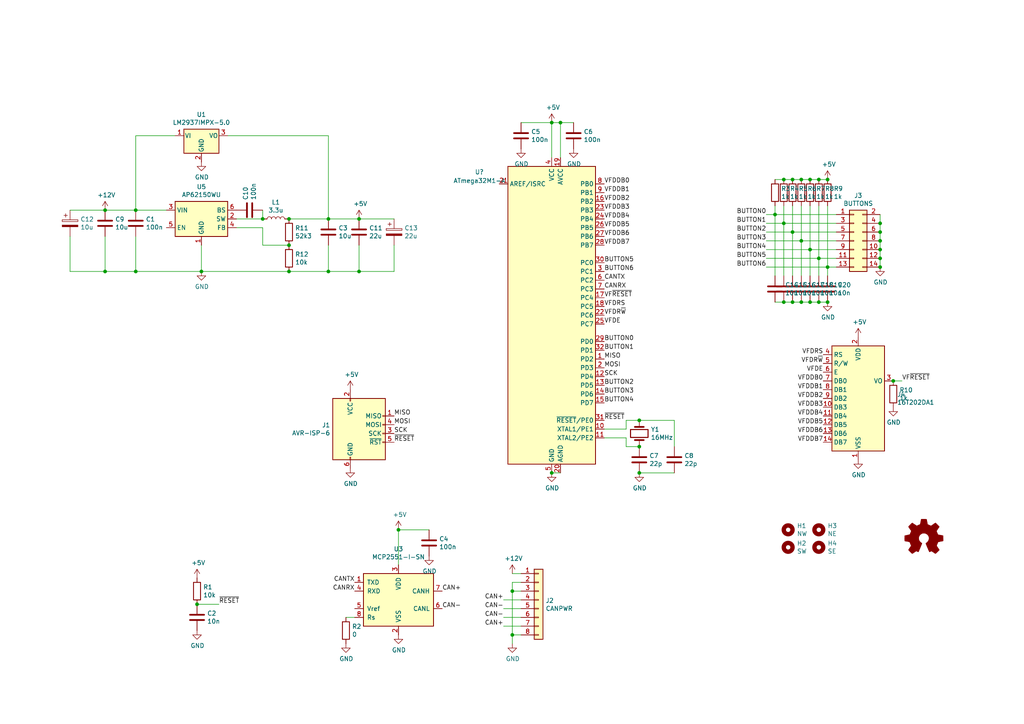
<source format=kicad_sch>
(kicad_sch (version 20231120) (generator "eeschema") (generator_version "8.0")
  (paper "A4")
  (title_block (title "VFD Interface") (date "2021-10-21") (rev "2") (company "© 2021 oni"))
  (lib_symbols
    (symbol "Connector:AVR-ISP-6" (pin_names (offset 1.016))
      (property "Reference" "J" (at -6.35 11.43 0))
      (property "Value" "AVR-ISP-6" (at 0 11.43 0))
      (symbol "AVR-ISP-6_0_1"
        (rectangle (start -2.667 -6.858) (end -2.413 -7.62))
        (rectangle (start -2.667 10.16) (end -2.413 9.398))
        (rectangle (start 7.62 -2.413) (end 6.858 -2.667))
        (rectangle (start 7.62 0.127) (end 6.858 -0.127))
        (rectangle (start 7.62 2.667) (end 6.858 2.413))
        (rectangle (start 7.62 5.207) (end 6.858 4.953))
        (rectangle (start 7.62 10.16) (end -7.62 -7.62) (stroke (width 0.254)) (fill (type background)))
      )
      (symbol "AVR-ISP-6_1_1"
        (pin passive line (at 10.16 5.08 180) (length 2.54) (name "MISO") (number "1"))
        (pin passive line (at -2.54 12.7 270) (length 2.54) (name "VCC") (number "2"))
        (pin passive line (at 10.16 0 180) (length 2.54) (name "SCK") (number "3"))
        (pin passive line (at 10.16 2.54 180) (length 2.54) (name "MOSI") (number "4"))
        (pin passive line (at 10.16 -2.54 180) (length 2.54) (name "~{RST}") (number "5"))
        (pin passive line (at -2.54 -10.16 90) (length 2.54) (name "GND") (number "6"))
      )
    )
    (symbol "Connector_Generic:Conn_01x08" (pin_names (offset 1.016) hide)
      (property "Reference" "J" (at 0 10.16 0))
      (property "Value" "Conn_01x08" (at 0 -12.7 0))
      (symbol "Conn_01x08_1_1"
        (rectangle (start -1.27 -10.033) (end 0 -10.287) (stroke (width 0.1524)))
        (rectangle (start -1.27 -7.493) (end 0 -7.747) (stroke (width 0.1524)))
        (rectangle (start -1.27 -4.953) (end 0 -5.207) (stroke (width 0.1524)))
        (rectangle (start -1.27 -2.413) (end 0 -2.667) (stroke (width 0.1524)))
        (rectangle (start -1.27 0.127) (end 0 -0.127) (stroke (width 0.1524)))
        (rectangle (start -1.27 2.667) (end 0 2.413) (stroke (width 0.1524)))
        (rectangle (start -1.27 5.207) (end 0 4.953) (stroke (width 0.1524)))
        (rectangle (start -1.27 7.747) (end 0 7.493) (stroke (width 0.1524)))
        (rectangle (start -1.27 8.89) (end 1.27 -11.43) (stroke (width 0.254)) (fill (type background)))
        (pin passive line (at -5.08 7.62 0) (length 3.81) (name "Pin_1") (number "1"))
        (pin passive line (at -5.08 5.08 0) (length 3.81) (name "Pin_2") (number "2"))
        (pin passive line (at -5.08 2.54 0) (length 3.81) (name "Pin_3") (number "3"))
        (pin passive line (at -5.08 0 0) (length 3.81) (name "Pin_4") (number "4"))
        (pin passive line (at -5.08 -2.54 0) (length 3.81) (name "Pin_5") (number "5"))
        (pin passive line (at -5.08 -5.08 0) (length 3.81) (name "Pin_6") (number "6"))
        (pin passive line (at -5.08 -7.62 0) (length 3.81) (name "Pin_7") (number "7"))
        (pin passive line (at -5.08 -10.16 0) (length 3.81) (name "Pin_8") (number "8"))
      )
    )
    (symbol "Connector_Generic:Conn_02x07_Odd_Even" (pin_names (offset 1.016) hide)
      (property "Reference" "J" (at 1.27 10.16 0))
      (property "Value" "Conn_02x07_Odd_Even" (at 1.27 -10.16 0))
      (symbol "Conn_02x07_Odd_Even_1_1"
        (rectangle (start -1.27 -7.493) (end 0 -7.747) (stroke (width 0.1524)))
        (rectangle (start -1.27 -4.953) (end 0 -5.207) (stroke (width 0.1524)))
        (rectangle (start -1.27 -2.413) (end 0 -2.667) (stroke (width 0.1524)))
        (rectangle (start -1.27 0.127) (end 0 -0.127) (stroke (width 0.1524)))
        (rectangle (start -1.27 2.667) (end 0 2.413) (stroke (width 0.1524)))
        (rectangle (start -1.27 5.207) (end 0 4.953) (stroke (width 0.1524)))
        (rectangle (start -1.27 7.747) (end 0 7.493) (stroke (width 0.1524)))
        (rectangle (start -1.27 8.89) (end 3.81 -8.89) (stroke (width 0.254)) (fill (type background)))
        (rectangle (start 3.81 -7.493) (end 2.54 -7.747) (stroke (width 0.1524)))
        (rectangle (start 3.81 -4.953) (end 2.54 -5.207) (stroke (width 0.1524)))
        (rectangle (start 3.81 -2.413) (end 2.54 -2.667) (stroke (width 0.1524)))
        (rectangle (start 3.81 0.127) (end 2.54 -0.127) (stroke (width 0.1524)))
        (rectangle (start 3.81 2.667) (end 2.54 2.413) (stroke (width 0.1524)))
        (rectangle (start 3.81 5.207) (end 2.54 4.953) (stroke (width 0.1524)))
        (rectangle (start 3.81 7.747) (end 2.54 7.493) (stroke (width 0.1524)))
        (pin passive line (at -5.08 7.62 0) (length 3.81) (name "Pin_1") (number "1"))
        (pin passive line (at 7.62 -2.54 180) (length 3.81) (name "Pin_10") (number "10"))
        (pin passive line (at -5.08 -5.08 0) (length 3.81) (name "Pin_11") (number "11"))
        (pin passive line (at 7.62 -5.08 180) (length 3.81) (name "Pin_12") (number "12"))
        (pin passive line (at -5.08 -7.62 0) (length 3.81) (name "Pin_13") (number "13"))
        (pin passive line (at 7.62 -7.62 180) (length 3.81) (name "Pin_14") (number "14"))
        (pin passive line (at 7.62 7.62 180) (length 3.81) (name "Pin_2") (number "2"))
        (pin passive line (at -5.08 5.08 0) (length 3.81) (name "Pin_3") (number "3"))
        (pin passive line (at 7.62 5.08 180) (length 3.81) (name "Pin_4") (number "4"))
        (pin passive line (at -5.08 2.54 0) (length 3.81) (name "Pin_5") (number "5"))
        (pin passive line (at 7.62 2.54 180) (length 3.81) (name "Pin_6") (number "6"))
        (pin passive line (at -5.08 0 0) (length 3.81) (name "Pin_7") (number "7"))
        (pin passive line (at 7.62 0 180) (length 3.81) (name "Pin_8") (number "8"))
        (pin passive line (at -5.08 -2.54 0) (length 3.81) (name "Pin_9") (number "9"))
      )
    )
    (symbol "Device:C" (pin_numbers hide) (pin_names (offset 0.254))
      (property "Reference" "C" (at 0.635 2.54 0))
      (property "Value" "C" (at 0.635 -2.54 0))
      (symbol "C_0_1"
        (polyline (pts (xy -2.032 -0.762) (xy 2.032 -0.762)) (stroke (width 0.508)))
        (polyline (pts (xy -2.032 0.762) (xy 2.032 0.762)) (stroke (width 0.508)))
      )
      (symbol "C_1_1"
        (pin passive line (at 0 3.81 270) (length 2.794) (name "~") (number "1"))
        (pin passive line (at 0 -3.81 90) (length 2.794) (name "~") (number "2"))
      )
    )
    (symbol "Device:C_Polarized" (pin_numbers hide) (pin_names (offset 0.254))
      (property "Reference" "C" (at 0.635 2.54 0))
      (property "Value" "C_Polarized" (at 0.635 -2.54 0))
      (symbol "C_Polarized_0_1"
        (rectangle (start -2.286 0.508) (end 2.286 1.016))
        (polyline (pts (xy -1.778 2.286) (xy -0.762 2.286)))
        (polyline (pts (xy -1.27 2.794) (xy -1.27 1.778)))
        (rectangle (start 2.286 -0.508) (end -2.286 -1.016) (fill (type outline)))
      )
      (symbol "C_Polarized_1_1"
        (pin passive line (at 0 3.81 270) (length 2.794) (name "~") (number "1"))
        (pin passive line (at 0 -3.81 90) (length 2.794) (name "~") (number "2"))
      )
    )
    (symbol "Device:Crystal" (pin_numbers hide) (pin_names (offset 1.016) hide)
      (property "Reference" "Y" (at 0 3.81 0))
      (property "Value" "Crystal" (at 0 -3.81 0))
      (symbol "Crystal_0_1"
        (rectangle (start -1.143 2.54) (end 1.143 -2.54) (stroke (width 0.3048)))
        (polyline (pts (xy -2.54 0) (xy -1.905 0)))
        (polyline (pts (xy -1.905 -1.27) (xy -1.905 1.27)) (stroke (width 0.508)))
        (polyline (pts (xy 1.905 -1.27) (xy 1.905 1.27)) (stroke (width 0.508)))
        (polyline (pts (xy 2.54 0) (xy 1.905 0)))
      )
      (symbol "Crystal_1_1"
        (pin passive line (at -3.81 0 0) (length 1.27) (name "1") (number "1"))
        (pin passive line (at 3.81 0 180) (length 1.27) (name "2") (number "2"))
      )
    )
    (symbol "Device:L" (pin_numbers hide) (pin_names (offset 1.016) hide)
      (property "Reference" "L" (at -1.27 0 90))
      (property "Value" "L" (at 1.905 0 90))
      (symbol "L_0_1"
        (arc (start 0 -2.54) (mid 0.6323 -1.905) (end 0 -1.27))
        (arc (start 0 -1.27) (mid 0.6323 -0.635) (end 0 0))
        (arc (start 0 0) (mid 0.6323 0.635) (end 0 1.27))
        (arc (start 0 1.27) (mid 0.6323 1.905) (end 0 2.54))
      )
      (symbol "L_1_1"
        (pin passive line (at 0 3.81 270) (length 1.27) (name "1") (number "1"))
        (pin passive line (at 0 -3.81 90) (length 1.27) (name "2") (number "2"))
      )
    )
    (symbol "Device:R" (pin_numbers hide) (pin_names (offset 0))
      (property "Reference" "R" (at 2.032 0 90))
      (property "Value" "R" (at 0 0 90))
      (symbol "R_0_1"
        (rectangle (start -1.016 -2.54) (end 1.016 2.54) (stroke (width 0.254)))
      )
      (symbol "R_1_1"
        (pin passive line (at 0 3.81 270) (length 1.27) (name "~") (number "1"))
        (pin passive line (at 0 -3.81 90) (length 1.27) (name "~") (number "2"))
      )
    )
    (symbol "Display_Character:LM16255K"
      (property "Reference" "U" (at -6.35 16.51 0))
      (property "Value" "LM16255K" (at 4.318 16.51 0))
      (symbol "LM16255K_0_1"
        (rectangle (start -7.62 15.24) (end 7.62 -15.24) (stroke (width 0.254)) (fill (type background)))
      )
      (symbol "LM16255K_1_1"
        (pin power_in line (at 0 -17.78 90) (length 2.54) (name "VSS") (number "1"))
        (pin bidirectional line (at -10.16 -2.54 0) (length 2.54) (name "DB3") (number "10"))
        (pin bidirectional line (at -10.16 -5.08 0) (length 2.54) (name "DB4") (number "11"))
        (pin bidirectional line (at -10.16 -7.62 0) (length 2.54) (name "DB5") (number "12"))
        (pin bidirectional line (at -10.16 -10.16 0) (length 2.54) (name "DB6") (number "13"))
        (pin bidirectional line (at -10.16 -12.7 0) (length 2.54) (name "DB7") (number "14"))
        (pin power_in line (at 0 17.78 270) (length 2.54) (name "VDD") (number "2"))
        (pin power_in line (at 10.16 5.08 180) (length 2.54) (name "VO") (number "3"))
        (pin input line (at -10.16 12.7 0) (length 2.54) (name "RS") (number "4"))
        (pin input line (at -10.16 10.16 0) (length 2.54) (name "R/W") (number "5"))
        (pin input line (at -10.16 7.62 0) (length 2.54) (name "E") (number "6"))
        (pin bidirectional line (at -10.16 5.08 0) (length 2.54) (name "DB0") (number "7"))
        (pin bidirectional line (at -10.16 2.54 0) (length 2.54) (name "DB1") (number "8"))
        (pin bidirectional line (at -10.16 0 0) (length 2.54) (name "DB2") (number "9"))
      )
    )
    (symbol "Graphic:Logo_Open_Hardware_Small" (pin_names (offset 1.016))
      (symbol "Logo_Open_Hardware_Small_0_1"
        (polyline (pts (xy 3.3528 -4.3434) (xy 3.302 -4.318) (xy 3.175 -4.2418) (xy 2.9972 -4.1148) (xy 2.7686 -3.9624) (xy 2.54 -3.81) (xy 2.3622 -3.7084) (xy 2.2352 -3.6068) (xy 2.1844 -3.5814) (xy 2.159 -3.6068) (xy 2.0574 -3.6576) (xy 1.905 -3.7338) (xy 1.8034 -3.7846) (xy 1.6764 -3.8354) (xy 1.6002 -3.8354) (xy 1.6002 -3.8354) (xy 1.5494 -3.7338) (xy 1.4732 -3.5306) (xy 1.3462 -3.302) (xy 1.2446 -3.0226) (xy 1.1176 -2.7178) (xy 0.9652 -2.413) (xy 0.8636 -2.1082) (xy 0.7366 -1.8288) (xy 0.6604 -1.6256) (xy 0.6096 -1.4732) (xy 0.5842 -1.397) (xy 0.5842 -1.397) (xy 0.6604 -1.3208) (xy 0.7874 -1.2446) (xy 1.0414 -1.016) (xy 1.2954 -0.6858) (xy 1.4478 -0.3302) (xy 1.524 0.0762) (xy 1.4732 0.4572) (xy 1.3208 0.8128) (xy 1.0668 1.143) (xy 0.762 1.3716) (xy 0.4064 1.524) (xy 0 1.5748) (xy -0.381 1.5494) (xy -0.7366 1.397) (xy -1.0668 1.143) (xy -1.2192 0.9906) (xy -1.397 0.6604) (xy -1.524 0.3048) (xy -1.524 0.2286) (xy -1.4986 -0.1778) (xy -1.397 -0.5334) (xy -1.1938 -0.8636) (xy -0.9144 -1.143) (xy -0.8636 -1.1684) (xy -0.7366 -1.27) (xy -0.635 -1.3462) (xy -0.5842 -1.397) (xy -1.0668 -2.5908) (xy -1.143 -2.794) (xy -1.2954 -3.1242) (xy -1.397 -3.4036) (xy -1.4986 -3.6322) (xy -1.5748 -3.7846) (xy -1.6002 -3.8354) (xy -1.6002 -3.8354) (xy -1.651 -3.8354) (xy -1.7272 -3.81) (xy -1.905 -3.7338) (xy -2.0066 -3.683) (xy -2.1336 -3.6068) (xy -2.2098 -3.5814) (xy -2.2606 -3.6068) (xy -2.3622 -3.683) (xy -2.54 -3.81) (xy -2.7686 -3.9624) (xy -2.9718 -4.0894) (xy -3.1496 -4.2164) (xy -3.302 -4.318) (xy -3.3528 -4.3434) (xy -3.3782 -4.3434) (xy -3.429 -4.318) (xy -3.5306 -4.2164) (xy -3.7084 -4.064) (xy -3.937 -3.8354) (xy -3.9624 -3.81) (xy -4.1656 -3.6068) (xy -4.318 -3.4544) (xy -4.4196 -3.3274) (xy -4.445 -3.2766) (xy -4.445 -3.2766) (xy -4.4196 -3.2258) (xy -4.318 -3.0734) (xy -4.2164 -2.8956) (xy -4.064 -2.667) (xy -3.6576 -2.0828) (xy -3.8862 -1.5494) (xy -3.937 -1.3716) (xy -4.0386 -1.1684) (xy -4.0894 -1.0414) (xy -4.1148 -0.9652) (xy -4.191 -0.9398) (xy -4.318 -0.9144) (xy -4.5466 -0.8636) (xy -4.8006 -0.8128) (xy -5.0546 -0.7874) (xy -5.2578 -0.7366) (xy -5.4356 -0.7112) (xy -5.5118 -0.6858) (xy -5.5118 -0.6858) (xy -5.5372 -0.635) (xy -5.5372 -0.5588) (xy -5.5372 -0.4318) (xy -5.5626 -0.2286) (xy -5.5626 0.0762) (xy -5.5626 0.127) (xy -5.5372 0.4064) (xy -5.5372 0.635) (xy -5.5372 0.762) (xy -5.5372 0.8382) (xy -5.5372 0.8382) (xy -5.461 0.8382) (xy -5.3086 0.889) (xy -5.08 0.9144) (xy -4.826 0.9652) (xy -4.8006 0.9906) (xy -4.5466 1.0414) (xy -4.318 1.0668) (xy -4.1656 1.1176) (xy -4.0894 1.143) (xy -4.0894 1.143) (xy -4.0386 1.2446) (xy -3.9624 1.4224) (xy -3.8608 1.6256) (xy -3.7846 1.8288) (xy -3.7084 2.0066) (xy -3.6576 2.159) (xy -3.6322 2.2098) (xy -3.6322 2.2098) (xy -3.683 2.286) (xy -3.7592 2.413) (xy -3.8862 2.5908) (xy -4.064 2.8194) (xy -4.064 2.8448) (xy -4.2164 3.0734) (xy -4.3434 3.2512) (xy -4.4196 3.3782) (xy -4.445 3.4544) (xy -4.445 3.4544) (xy -4.3942 3.5052) (xy -4.2926 3.6322) (xy -4.1148 3.81) (xy -3.937 4.0132) (xy -3.8608 4.064) (xy -3.6576 4.2926) (xy -3.5052 4.4196) (xy -3.4036 4.4958) (xy -3.3528 4.5212) (xy -3.3528 4.5212) (xy -3.302 4.4704) (xy -3.1496 4.3688) (xy -2.9718 4.2418) (xy -2.7432 4.0894) (xy -2.7178 4.0894) (xy -2.4892 3.937) (xy -2.3114 3.81) (xy -2.1844 3.7084) (xy -2.1336 3.683) (xy -2.1082 3.683) (xy -2.032 3.7084) (xy -1.8542 3.7592) (xy -1.6764 3.8354) (xy -1.4732 3.937) (xy -1.27 4.0132) (xy -1.143 4.064) (xy -1.0668 4.1148) (xy -1.0668 4.1148) (xy -1.0414 4.191) (xy -1.016 4.3434) (xy -0.9652 4.572) (xy -0.9144 4.8514) (xy -0.889 4.9022) (xy -0.8382 5.1562) (xy -0.8128 5.3848) (xy -0.7874 5.5372) (xy -0.762 5.588) (xy -0.7112 5.6134) (xy -0.5842 5.6134) (xy -0.4064 5.6134) (xy -0.1524 5.6134) (xy 0.0762 5.6134) (xy 0.3302 5.6134) (xy 0.5334 5.6134) (xy 0.6858 5.588) (xy 0.7366 5.588) (xy 0.7366 5.588) (xy 0.762 5.5118) (xy 0.8128 5.334) (xy 0.8382 5.1054) (xy 0.9144 4.826) (xy 0.9144 4.7752) (xy 0.9652 4.5212) (xy 1.016 4.2926) (xy 1.0414 4.1402) (xy 1.0668 4.0894) (xy 1.0668 4.0894) (xy 1.1938 4.0386) (xy 1.3716 3.9624) (xy 1.5748 3.8608) (xy 2.0828 3.6576) (xy 2.7178 4.0894) (xy 2.7686 4.1402) (xy 2.9972 4.2926) (xy 3.175 4.4196) (xy 3.302 4.4958) (xy 3.3782 4.5212) (xy 3.3782 4.5212) (xy 3.429 4.4704) (xy 3.556 4.3434) (xy 3.7338 4.191) (xy 3.9116 3.9878) (xy 4.064 3.8354) (xy 4.2418 3.6576) (xy 4.3434 3.556) (xy 4.4196 3.4798) (xy 4.4196 3.429) (xy 4.4196 3.4036) (xy 4.3942 3.3274) (xy 4.2926 3.2004) (xy 4.1656 2.9972) (xy 4.0132 2.794) (xy 3.8862 2.5908) (xy 3.7592 2.3876) (xy 3.6576 2.2352) (xy 3.6322 2.159) (xy 3.6322 2.1336) (xy 3.683 2.0066) (xy 3.7592 1.8288) (xy 3.8608 1.6002) (xy 4.064 1.1176) (xy 4.3942 1.0414) (xy 4.5974 1.016) (xy 4.8768 0.9652) (xy 5.1308 0.9144) (xy 5.5372 0.8382) (xy 5.5626 -0.6604) (xy 5.4864 -0.6858) (xy 5.4356 -0.6858) (xy 5.2832 -0.7366) (xy 5.0546 -0.762) (xy 4.8006 -0.8128) (xy 4.5974 -0.8636) (xy 4.3688 -0.9144) (xy 4.2164 -0.9398) (xy 4.1402 -0.9398) (xy 4.1148 -0.9652) (xy 4.064 -1.0668) (xy 3.9878 -1.2446) (xy 3.9116 -1.4478) (xy 3.81 -1.651) (xy 3.7338 -1.8542) (xy 3.683 -2.0066) (xy 3.6576 -2.0828) (xy 3.683 -2.1336) (xy 3.7846 -2.2606) (xy 3.8862 -2.4638) (xy 4.0386 -2.667) (xy 4.191 -2.8956) (xy 4.318 -3.0734) (xy 4.3942 -3.2004) (xy 4.445 -3.2766) (xy 4.4196 -3.3274) (xy 4.3434 -3.429) (xy 4.1656 -3.5814) (xy 3.937 -3.8354) (xy 3.8862 -3.8608) (xy 3.683 -4.064) (xy 3.5306 -4.2164) (xy 3.4036 -4.318) (xy 3.3528 -4.3434)) (fill (type outline)))
      )
    )
    (symbol "Interface_CAN_LIN:MCP2551-I-SN" (pin_names (offset 1.016))
      (property "Reference" "U" (at -10.16 8.89 0))
      (property "Value" "MCP2551-I-SN" (at 2.54 8.89 0))
      (symbol "MCP2551-I-SN_0_1"
        (rectangle (start -10.16 7.62) (end 10.16 -7.62) (stroke (width 0.254)) (fill (type background)))
      )
      (symbol "MCP2551-I-SN_1_1"
        (pin input line (at -12.7 5.08 0) (length 2.54) (name "TXD") (number "1"))
        (pin power_in line (at 0 -10.16 90) (length 2.54) (name "VSS") (number "2"))
        (pin power_in line (at 0 10.16 270) (length 2.54) (name "VDD") (number "3"))
        (pin output line (at -12.7 2.54 0) (length 2.54) (name "RXD") (number "4"))
        (pin power_out line (at -12.7 -2.54 0) (length 2.54) (name "Vref") (number "5"))
        (pin bidirectional line (at 12.7 -2.54 180) (length 2.54) (name "CANL") (number "6"))
        (pin bidirectional line (at 12.7 2.54 180) (length 2.54) (name "CANH") (number "7"))
        (pin input line (at -12.7 -5.08 0) (length 2.54) (name "Rs") (number "8"))
      )
    )
    (symbol "MCU_Microchip_ATmega:ATmega32M1-A"
      (property "Reference" "U" (at -12.7 44.45 0))
      (property "Value" "ATmega32M1-A" (at 5.08 -44.45 0))
      (symbol "ATmega32M1-A_0_1"
        (rectangle (start -12.7 -43.18) (end 12.7 43.18) (stroke (width 0.254)) (fill (type background)))
      )
      (symbol "ATmega32M1-A_1_1"
        (pin bidirectional line (at 15.24 -12.7 180) (length 2.54) (name "PD2") (number "1"))
        (pin bidirectional line (at 15.24 -33.02 180) (length 2.54) (name "XTAL1/PE1") (number "10"))
        (pin bidirectional line (at 15.24 -35.56 180) (length 2.54) (name "XTAL2/PE2") (number "11"))
        (pin bidirectional line (at 15.24 -17.78 180) (length 2.54) (name "PD4") (number "12"))
        (pin bidirectional line (at 15.24 -20.32 180) (length 2.54) (name "PD5") (number "13"))
        (pin bidirectional line (at 15.24 -22.86 180) (length 2.54) (name "PD6") (number "14"))
        (pin bidirectional line (at 15.24 -25.4 180) (length 2.54) (name "PD7") (number "15"))
        (pin bidirectional line (at 15.24 33.02 180) (length 2.54) (name "PB2") (number "16"))
        (pin bidirectional line (at 15.24 5.08 180) (length 2.54) (name "PC4") (number "17"))
        (pin bidirectional line (at 15.24 2.54 180) (length 2.54) (name "PC5") (number "18"))
        (pin power_in line (at 2.54 45.72 270) (length 2.54) (name "AVCC") (number "19"))
        (pin bidirectional line (at 15.24 -15.24 180) (length 2.54) (name "PD3") (number "2"))
        (pin power_in line (at 2.54 -45.72 90) (length 2.54) (name "AGND") (number "20"))
        (pin passive line (at -15.24 38.1 0) (length 2.54) (name "AREF/ISRC") (number "21"))
        (pin bidirectional line (at 15.24 0 180) (length 2.54) (name "PC6") (number "22"))
        (pin bidirectional line (at 15.24 30.48 180) (length 2.54) (name "PB3") (number "23"))
        (pin bidirectional line (at 15.24 27.94 180) (length 2.54) (name "PB4") (number "24"))
        (pin bidirectional line (at 15.24 -2.54 180) (length 2.54) (name "PC7") (number "25"))
        (pin bidirectional line (at 15.24 25.4 180) (length 2.54) (name "PB5") (number "26"))
        (pin bidirectional line (at 15.24 22.86 180) (length 2.54) (name "PB6") (number "27"))
        (pin bidirectional line (at 15.24 20.32 180) (length 2.54) (name "PB7") (number "28"))
        (pin bidirectional line (at 15.24 -7.62 180) (length 2.54) (name "PD0") (number "29"))
        (pin bidirectional line (at 15.24 12.7 180) (length 2.54) (name "PC1") (number "3"))
        (pin bidirectional line (at 15.24 15.24 180) (length 2.54) (name "PC0") (number "30"))
        (pin bidirectional line (at 15.24 -30.48 180) (length 2.54) (name "~{RESET}/PE0") (number "31"))
        (pin bidirectional line (at 15.24 -10.16 180) (length 2.54) (name "PD1") (number "32"))
        (pin power_in line (at 0 45.72 270) (length 2.54) (name "VCC") (number "4"))
        (pin power_in line (at 0 -45.72 90) (length 2.54) (name "GND") (number "5"))
        (pin bidirectional line (at 15.24 10.16 180) (length 2.54) (name "PC2") (number "6"))
        (pin bidirectional line (at 15.24 7.62 180) (length 2.54) (name "PC3") (number "7"))
        (pin bidirectional line (at 15.24 38.1 180) (length 2.54) (name "PB0") (number "8"))
        (pin bidirectional line (at 15.24 35.56 180) (length 2.54) (name "PB1") (number "9"))
      )
    )
    (symbol "Mechanical:MountingHole" (pin_names (offset 1.016))
      (property "Reference" "H" (at 0 5.08 0))
      (property "Value" "MountingHole" (at 0 3.175 0))
      (symbol "MountingHole_0_1"
        (circle (center 0 0) (radius 1.27) (stroke (width 1.27)))
      )
    )
    (symbol "Regulator_Linear:LM2937xMP" (pin_names (offset 0.254))
      (property "Reference" "U" (at -3.81 3.175 0))
      (property "Value" "LM2937xMP" (at 0 3.175 0))
      (symbol "LM2937xMP_0_1"
        (rectangle (start -5.08 -5.08) (end 5.08 1.905) (stroke (width 0.254)) (fill (type background)))
      )
      (symbol "LM2937xMP_1_1"
        (pin power_in line (at -7.62 0 0) (length 2.54) (name "VI") (number "1"))
        (pin power_in line (at 0 -7.62 90) (length 2.54) (name "GND") (number "2"))
        (pin power_out line (at 7.62 0 180) (length 2.54) (name "VO") (number "3"))
      )
    )
    (symbol "Regulator_Switching:DIO6970"
      (property "Reference" "U" (at -7.62 6.35 0))
      (property "Value" "DIO6970" (at 0 6.35 0))
      (symbol "DIO6970_0_1"
        (rectangle (start -7.62 5.08) (end 7.62 -5.08) (stroke (width 0.254)) (fill (type background)))
      )
      (symbol "DIO6970_1_1"
        (pin power_in line (at 0 -7.62 90) (length 2.54) (name "GND") (number "1"))
        (pin power_out line (at 10.16 0 180) (length 2.54) (name "SW") (number "2"))
        (pin power_in line (at -10.16 2.54 0) (length 2.54) (name "VIN") (number "3"))
        (pin input line (at 10.16 -2.54 180) (length 2.54) (name "FB") (number "4"))
        (pin input line (at -10.16 -2.54 0) (length 2.54) (name "EN") (number "5"))
        (pin output line (at 10.16 2.54 180) (length 2.54) (name "BS") (number "6"))
      )
    )
    (symbol "power:+12V" (power) (pin_names (offset 0))
      (property "Value" "+12V" (at 0 3.556 0))
      (symbol "+12V_0_1"
        (polyline (pts (xy -0.762 1.27) (xy 0 2.54)))
        (polyline (pts (xy 0 0) (xy 0 2.54)))
        (polyline (pts (xy 0 2.54) (xy 0.762 1.27)))
      )
      (symbol "+12V_1_1"
        (pin power_in line (at 0 0 90) (length 0) hide (name "+12V") (number "1"))
      )
    )
    (symbol "power:+5V" (power) (pin_names (offset 0))
      (property "Value" "+5V" (at 0 3.556 0))
      (symbol "+5V_0_1"
        (polyline (pts (xy -0.762 1.27) (xy 0 2.54)))
        (polyline (pts (xy 0 0) (xy 0 2.54)))
        (polyline (pts (xy 0 2.54) (xy 0.762 1.27)))
      )
      (symbol "+5V_1_1"
        (pin power_in line (at 0 0 90) (length 0) hide (name "+5V") (number "1"))
      )
    )
    (symbol "power:GND" (power) (pin_names (offset 0))
      (property "Value" "GND" (at 0 -3.81 0))
      (symbol "GND_0_1"
        (polyline (pts (xy 0 0) (xy 0 -1.27) (xy 1.27 -1.27) (xy 0 -2.54) (xy -1.27 -1.27) (xy 0 -1.27)))
      )
      (symbol "GND_1_1"
        (pin power_in line (at 0 0 270) (length 0) hide (name "GND") (number "1"))
      )
    )
  )
  (junction (at 30.48 60.96))
  (junction (at 104.14 78.74))
  (junction (at 76.2 63.5))
  (junction (at 237.49 74.93))
  (junction (at 148.59 171.45))
  (junction (at 227.33 87.63))
  (junction (at 39.37 60.96))
  (junction (at 160.02 35.56))
  (junction (at 185.42 137.16))
  (junction (at 39.37 78.74))
  (junction (at 104.14 63.5))
  (junction (at 162.56 35.56))
  (junction (at 148.59 184.15))
  (junction (at 95.25 63.5))
  (junction (at 227.33 64.77))
  (junction (at 234.95 52.07))
  (junction (at 240.03 87.63))
  (junction (at 237.49 52.07))
  (junction (at 229.87 67.31))
  (junction (at 234.95 87.63))
  (junction (at 185.42 129.54))
  (junction (at 185.42 121.92))
  (junction (at 229.87 87.63))
  (junction (at 259.08 110.49))
  (junction (at 234.95 72.39))
  (junction (at 240.03 77.47))
  (junction (at 58.42 78.74))
  (junction (at 229.87 52.07))
  (junction (at 255.27 67.31))
  (junction (at 237.49 87.63))
  (junction (at 232.41 87.63))
  (junction (at 30.48 78.74))
  (junction (at 232.41 52.07))
  (junction (at 115.57 153.67))
  (junction (at 83.82 78.74))
  (junction (at 95.25 78.74))
  (junction (at 227.33 52.07))
  (junction (at 255.27 69.85))
  (junction (at 240.03 52.07))
  (junction (at 224.79 62.23))
  (junction (at 232.41 69.85))
  (junction (at 57.15 175.26))
  (junction (at 160.02 137.16))
  (junction (at 83.82 71.12))
  (junction (at 83.82 63.5))
  (junction (at 255.27 64.77))
  (junction (at 255.27 72.39))
  (junction (at 255.27 74.93))
  (junction (at 255.27 77.47))
  (wire (pts (xy 162.56 35.56) (xy 166.37 35.56)))
  (wire (pts (xy 229.87 59.69) (xy 229.87 67.31)))
  (wire (pts (xy 20.32 78.74) (xy 20.32 68.58)))
  (wire (pts (xy 95.25 71.12) (xy 95.25 78.74)))
  (wire (pts (xy 195.58 129.54) (xy 195.58 121.92)))
  (wire (pts (xy 50.8 39.37) (xy 39.37 39.37)))
  (wire (pts (xy 232.41 80.01) (xy 232.41 69.85)))
  (wire (pts (xy 76.2 63.5) (xy 68.58 63.5)))
  (wire (pts (xy 232.41 69.85) (xy 242.57 69.85)))
  (wire (pts (xy 224.79 52.07) (xy 227.33 52.07)))
  (wire (pts (xy 222.25 67.31) (xy 229.87 67.31)))
  (wire (pts (xy 39.37 39.37) (xy 39.37 60.96)))
  (wire (pts (xy 222.25 69.85) (xy 232.41 69.85)))
  (wire (pts (xy 181.61 121.92) (xy 185.42 121.92)))
  (wire (pts (xy 240.03 59.69) (xy 240.03 77.47)))
  (wire (pts (xy 222.25 64.77) (xy 227.33 64.77)))
  (wire (pts (xy 227.33 80.01) (xy 227.33 64.77)))
  (wire (pts (xy 261.62 110.49) (xy 259.08 110.49)))
  (wire (pts (xy 234.95 72.39) (xy 242.57 72.39)))
  (wire (pts (xy 237.49 59.69) (xy 237.49 74.93)))
  (wire (pts (xy 232.41 52.07) (xy 234.95 52.07)))
  (wire (pts (xy 146.05 173.99) (xy 151.13 173.99)))
  (wire (pts (xy 104.14 78.74) (xy 104.14 71.12)))
  (wire (pts (xy 39.37 78.74) (xy 58.42 78.74)))
  (wire (pts (xy 255.27 77.47) (xy 255.27 74.93)))
  (wire (pts (xy 146.05 179.07) (xy 151.13 179.07)))
  (wire (pts (xy 175.26 124.46) (xy 181.61 124.46)))
  (wire (pts (xy 100.33 179.07) (xy 102.87 179.07)))
  (wire (pts (xy 146.05 176.53) (xy 151.13 176.53)))
  (wire (pts (xy 185.42 137.16) (xy 195.58 137.16)))
  (wire (pts (xy 104.14 78.74) (xy 114.3 78.74)))
  (wire (pts (xy 240.03 80.01) (xy 240.03 77.47)))
  (wire (pts (xy 222.25 62.23) (xy 224.79 62.23)))
  (wire (pts (xy 255.27 67.31) (xy 255.27 64.77)))
  (wire (pts (xy 227.33 59.69) (xy 227.33 64.77)))
  (wire (pts (xy 229.87 87.63) (xy 227.33 87.63)))
  (wire (pts (xy 224.79 80.01) (xy 224.79 62.23)))
  (wire (pts (xy 234.95 59.69) (xy 234.95 72.39)))
  (wire (pts (xy 148.59 184.15) (xy 148.59 186.69)))
  (wire (pts (xy 237.49 74.93) (xy 242.57 74.93)))
  (wire (pts (xy 255.27 72.39) (xy 255.27 69.85)))
  (wire (pts (xy 151.13 168.91) (xy 148.59 168.91)))
  (wire (pts (xy 160.02 35.56) (xy 162.56 35.56)))
  (wire (pts (xy 232.41 87.63) (xy 229.87 87.63)))
  (wire (pts (xy 181.61 127) (xy 181.61 129.54)))
  (wire (pts (xy 83.82 71.12) (xy 76.2 71.12)))
  (wire (pts (xy 148.59 171.45) (xy 148.59 184.15)))
  (wire (pts (xy 58.42 78.74) (xy 58.42 71.12)))
  (wire (pts (xy 222.25 72.39) (xy 234.95 72.39)))
  (wire (pts (xy 195.58 121.92) (xy 185.42 121.92)))
  (wire (pts (xy 124.46 153.67) (xy 115.57 153.67)))
  (wire (pts (xy 30.48 60.96) (xy 20.32 60.96)))
  (wire (pts (xy 227.33 87.63) (xy 224.79 87.63)))
  (wire (pts (xy 148.59 166.37) (xy 151.13 166.37)))
  (wire (pts (xy 237.49 87.63) (xy 234.95 87.63)))
  (wire (pts (xy 104.14 63.5) (xy 114.3 63.5)))
  (wire (pts (xy 95.25 63.5) (xy 83.82 63.5)))
  (wire (pts (xy 151.13 171.45) (xy 148.59 171.45)))
  (wire (pts (xy 30.48 78.74) (xy 20.32 78.74)))
  (wire (pts (xy 95.25 39.37) (xy 95.25 63.5)))
  (wire (pts (xy 229.87 52.07) (xy 232.41 52.07)))
  (wire (pts (xy 227.33 64.77) (xy 242.57 64.77)))
  (wire (pts (xy 104.14 63.5) (xy 95.25 63.5)))
  (wire (pts (xy 39.37 60.96) (xy 48.26 60.96)))
  (wire (pts (xy 222.25 77.47) (xy 240.03 77.47)))
  (wire (pts (xy 30.48 78.74) (xy 39.37 78.74)))
  (wire (pts (xy 232.41 59.69) (xy 232.41 69.85)))
  (wire (pts (xy 237.49 52.07) (xy 240.03 52.07)))
  (wire (pts (xy 227.33 52.07) (xy 229.87 52.07)))
  (wire (pts (xy 222.25 74.93) (xy 237.49 74.93)))
  (wire (pts (xy 76.2 60.96) (xy 76.2 63.5)))
  (wire (pts (xy 224.79 59.69) (xy 224.79 62.23)))
  (wire (pts (xy 255.27 74.93) (xy 255.27 72.39)))
  (wire (pts (xy 30.48 60.96) (xy 39.37 60.96)))
  (wire (pts (xy 57.15 175.26) (xy 63.5 175.26)))
  (wire (pts (xy 95.25 78.74) (xy 83.82 78.74)))
  (wire (pts (xy 229.87 80.01) (xy 229.87 67.31)))
  (wire (pts (xy 151.13 35.56) (xy 160.02 35.56)))
  (wire (pts (xy 240.03 87.63) (xy 237.49 87.63)))
  (wire (pts (xy 66.04 39.37) (xy 95.25 39.37)))
  (wire (pts (xy 146.05 181.61) (xy 151.13 181.61)))
  (wire (pts (xy 224.79 62.23) (xy 242.57 62.23)))
  (wire (pts (xy 68.58 66.04) (xy 76.2 66.04)))
  (wire (pts (xy 30.48 68.58) (xy 30.48 78.74)))
  (wire (pts (xy 162.56 45.72) (xy 162.56 35.56)))
  (wire (pts (xy 160.02 137.16) (xy 162.56 137.16)))
  (wire (pts (xy 104.14 78.74) (xy 95.25 78.74)))
  (wire (pts (xy 229.87 67.31) (xy 242.57 67.31)))
  (wire (pts (xy 39.37 68.58) (xy 39.37 78.74)))
  (wire (pts (xy 234.95 87.63) (xy 232.41 87.63)))
  (wire (pts (xy 255.27 64.77) (xy 255.27 62.23)))
  (wire (pts (xy 58.42 78.74) (xy 83.82 78.74)))
  (wire (pts (xy 115.57 153.67) (xy 115.57 163.83)))
  (wire (pts (xy 181.61 124.46) (xy 181.61 121.92)))
  (wire (pts (xy 237.49 80.01) (xy 237.49 74.93)))
  (wire (pts (xy 160.02 45.72) (xy 160.02 35.56)))
  (wire (pts (xy 181.61 129.54) (xy 185.42 129.54)))
  (wire (pts (xy 76.2 66.04) (xy 76.2 71.12)))
  (wire (pts (xy 114.3 78.74) (xy 114.3 71.12)))
  (wire (pts (xy 148.59 168.91) (xy 148.59 171.45)))
  (wire (pts (xy 255.27 69.85) (xy 255.27 67.31)))
  (wire (pts (xy 234.95 80.01) (xy 234.95 72.39)))
  (wire (pts (xy 240.03 77.47) (xy 242.57 77.47)))
  (wire (pts (xy 151.13 184.15) (xy 148.59 184.15)))
  (wire (pts (xy 175.26 127) (xy 181.61 127)))
  (wire (pts (xy 234.95 52.07) (xy 237.49 52.07)))
  (label "VFDDB2" (at 175.26 58.42 0))
  (label "BUTTON1" (at 222.25 64.77 180))
  (label "CAN-" (at 146.05 179.07 180))
  (label "~{RESET}" (at 175.26 121.92 0))
  (label "BUTTON3" (at 175.26 114.3 0))
  (label "BUTTON0" (at 222.25 62.23 180))
  (label "VFDDB1" (at 175.26 55.88 0))
  (label "VFDDB4" (at 238.76 120.65 180))
  (label "BUTTON6" (at 222.25 77.47 180))
  (label "VF~{RESET}" (at 261.62 110.49 0))
  (label "CANRX" (at 102.87 171.45 180))
  (label "VF~{RESET}" (at 175.26 86.36 0))
  (label "VFDDB0" (at 238.76 110.49 180))
  (label "SCK" (at 175.26 109.22 0))
  (label "~{RESET}" (at 63.5 175.26 0))
  (label "BUTTON5" (at 175.26 76.2 0))
  (label "VFDRS" (at 175.26 88.9 0))
  (label "BUTTON3" (at 222.25 69.85 180))
  (label "VFDE" (at 238.76 107.95 180))
  (label "VFDR~{W}" (at 238.76 105.41 180))
  (label "BUTTON1" (at 175.26 101.6 0))
  (label "MISO" (at 114.3 120.65 0))
  (label "BUTTON5" (at 222.25 74.93 180))
  (label "BUTTON4" (at 175.26 116.84 0))
  (label "CANTX" (at 175.26 81.28 0))
  (label "CAN-" (at 146.05 176.53 180))
  (label "VFDDB6" (at 175.26 68.58 0))
  (label "MOSI" (at 175.26 106.68 0))
  (label "~{RESET}" (at 114.3 128.27 0))
  (label "VFDDB2" (at 238.76 115.57 180))
  (label "SCK" (at 114.3 125.73 0))
  (label "CAN+" (at 146.05 181.61 180))
  (label "VFDRS" (at 238.76 102.87 180))
  (label "VFDR~{W}" (at 175.26 91.44 0))
  (label "VFDDB3" (at 238.76 118.11 180))
  (label "CAN+" (at 146.05 173.99 180))
  (label "VFDDB7" (at 238.76 128.27 180))
  (label "VFDE" (at 175.26 93.98 0))
  (label "CANRX" (at 175.26 83.82 0))
  (label "MOSI" (at 114.3 123.19 0))
  (label "BUTTON4" (at 222.25 72.39 180))
  (label "BUTTON6" (at 175.26 78.74 0))
  (label "BUTTON2" (at 175.26 111.76 0))
  (label "VFDDB5" (at 175.26 66.04 0))
  (label "VFDDB5" (at 238.76 123.19 180))
  (label "VFDDB6" (at 238.76 125.73 180))
  (label "VFDDB4" (at 175.26 63.5 0))
  (label "BUTTON2" (at 222.25 67.31 180))
  (label "BUTTON0" (at 175.26 99.06 0))
  (label "MISO" (at 175.26 104.14 0))
  (label "VFDDB3" (at 175.26 60.96 0))
  (label "CANTX" (at 102.87 168.91 180))
  (label "VFDDB7" (at 175.26 71.12 0))
  (label "CAN+" (at 128.27 171.45 0))
  (label "CAN-" (at 128.27 176.53 0))
  (label "VFDDB1" (at 238.76 113.03 180))
  (label "VFDDB0" (at 175.26 53.34 0))
  (symbol (lib_id "Display_Character:LM16255K") (at 248.92 115.57 0) (unit 1)
    (property "Reference" "J4" (at 260.1976 114.4016 0) (effects (justify left)))
    (property "Value" "16T202DA1" (at 260.1976 116.713 0) (effects (justify left)))
    (property "Footprint" "Connector_PinSocket_2.54mm:PinSocket_2x07_P2.54mm_Vertical" (effects (hide yes)))
    (property "Datasheet" "https://datasheet.datasheetarchive.com/originals/distributors/Datasheets-29/DSA-573169.pdf" (effects (hide yes)))
  )
  (symbol (lib_id "power:+5V") (at 248.92 97.79 0) (unit 1)
    (property "Reference" "#PWR0101" (effects (hide yes)))
    (property "Value" "+5V" (at 249.301 93.3958 0))
  )
  (symbol (lib_id "power:GND") (at 248.92 133.35 0) (unit 1)
    (property "Reference" "#PWR0102" (effects (hide yes)))
    (property "Value" "GND" (at 249.047 137.7442 0))
  )
  (symbol (lib_id "power:+5V") (at 160.02 35.56 0) (unit 1)
    (property "Reference" "#PWR0103" (effects (hide yes)))
    (property "Value" "+5V" (at 160.401 31.1658 0))
  )
  (symbol (lib_id "power:GND") (at 160.02 137.16 0) (unit 1)
    (property "Reference" "#PWR0104" (effects (hide yes)))
    (property "Value" "GND" (at 160.147 141.5542 0))
  )
  (symbol (lib_id "Device:C") (at 166.37 39.37 0) (unit 1)
    (property "Reference" "C6" (at 169.291 38.2016 0) (effects (justify left)))
    (property "Value" "100n" (at 169.291 40.513 0) (effects (justify left)))
    (property "Footprint" "Capacitor_SMD:C_0805_2012Metric_Pad1.18x1.45mm_HandSolder" (effects (hide yes)))
  )
  (symbol (lib_id "power:GND") (at 166.37 43.18 0) (unit 1)
    (property "Reference" "#PWR0105" (effects (hide yes)))
    (property "Value" "GND" (at 166.497 47.5742 0))
  )
  (symbol (lib_id "Device:C") (at 151.13 39.37 0) (unit 1)
    (property "Reference" "C5" (at 154.051 38.2016 0) (effects (justify left)))
    (property "Value" "100n" (at 154.051 40.513 0) (effects (justify left)))
    (property "Footprint" "Capacitor_SMD:C_0805_2012Metric_Pad1.18x1.45mm_HandSolder" (effects (hide yes)))
  )
  (symbol (lib_id "power:GND") (at 151.13 43.18 0) (unit 1)
    (property "Reference" "#PWR0106" (effects (hide yes)))
    (property "Value" "GND" (at 151.257 47.5742 0))
  )
  (symbol (lib_id "Connector:AVR-ISP-6") (at 104.14 125.73 0) (unit 1)
    (property "Reference" "J1" (at 95.7834 123.2916 0) (effects (justify right)))
    (property "Value" "AVR-ISP-6" (at 95.7834 125.603 0) (effects (justify right)))
    (property "Footprint" "Connector_PinHeader_2.54mm:PinHeader_2x03_P2.54mm_Vertical" (effects (hide yes)))
    (property "Datasheet" " ~" (effects (hide yes)))
  )
  (symbol (lib_id "power:+5V") (at 101.6 113.03 0) (unit 1)
    (property "Reference" "#PWR0107" (effects (hide yes)))
    (property "Value" "+5V" (at 101.981 108.6358 0))
  )
  (symbol (lib_id "power:GND") (at 101.6 135.89 0) (unit 1)
    (property "Reference" "#PWR0108" (effects (hide yes)))
    (property "Value" "GND" (at 101.727 140.2842 0))
  )
  (symbol (lib_id "Device:Crystal") (at 185.42 125.73 270) (unit 1)
    (property "Reference" "Y1" (at 188.7474 124.5616 90) (effects (justify left)))
    (property "Value" "16MHz" (at 188.7474 126.873 90) (effects (justify left)))
    (property "Footprint" "Crystal:Crystal_SMD_HC49-SD" (effects (hide yes)))
  )
  (symbol (lib_id "Device:C") (at 195.58 133.35 180) (unit 1)
    (property "Reference" "C8" (at 198.501 132.1816 0) (effects (justify right)))
    (property "Value" "22p" (at 198.501 134.493 0) (effects (justify right)))
    (property "Footprint" "Capacitor_SMD:C_0805_2012Metric_Pad1.18x1.45mm_HandSolder" (effects (hide yes)))
  )
  (symbol (lib_id "Device:C") (at 185.42 133.35 180) (unit 1)
    (property "Reference" "C7" (at 188.341 132.1816 0) (effects (justify right)))
    (property "Value" "22p" (at 188.341 134.493 0) (effects (justify right)))
    (property "Footprint" "Capacitor_SMD:C_0805_2012Metric_Pad1.18x1.45mm_HandSolder" (effects (hide yes)))
  )
  (symbol (lib_id "power:GND") (at 185.42 137.16 0) (unit 1)
    (property "Reference" "#PWR0109" (effects (hide yes)))
    (property "Value" "GND" (at 185.547 141.5542 0))
  )
  (symbol (lib_id "Device:C") (at 57.15 179.07 0) (unit 1)
    (property "Reference" "C2" (at 60.071 177.9016 0) (effects (justify left)))
    (property "Value" "10n" (at 60.071 180.213 0) (effects (justify left)))
    (property "Footprint" "Capacitor_SMD:C_0805_2012Metric_Pad1.18x1.45mm_HandSolder" (effects (hide yes)))
  )
  (symbol (lib_id "power:GND") (at 57.15 182.88 0) (unit 1)
    (property "Reference" "#PWR0110" (effects (hide yes)))
    (property "Value" "GND" (at 57.277 187.2742 0))
  )
  (symbol (lib_id "power:+5V") (at 57.15 167.64 0) (unit 1)
    (property "Reference" "#PWR0111" (effects (hide yes)))
    (property "Value" "+5V" (at 57.531 163.2458 0))
  )
  (symbol (lib_id "Interface_CAN_LIN:MCP2551-I-SN") (at 115.57 173.99 0) (unit 1)
    (property "Reference" "U3" (at 115.57 159.2326 0))
    (property "Value" "MCP2551-I-SN" (at 115.57 161.544 0))
    (property "Footprint" "Package_SO:SOIC-8_3.9x4.9mm_P1.27mm" (effects (hide yes)))
    (property "Datasheet" "http://ww1.microchip.com/downloads/en/devicedoc/21667d.pdf" (effects (hide yes)))
  )
  (symbol (lib_id "power:GND") (at 148.59 186.69 0) (unit 1)
    (property "Reference" "#PWR0112" (effects (hide yes)))
    (property "Value" "GND" (at 148.717 191.0842 0))
  )
  (symbol (lib_id "power:+5V") (at 115.57 153.67 0) (unit 1)
    (property "Reference" "#PWR0113" (effects (hide yes)))
    (property "Value" "+5V" (at 115.951 149.2758 0))
  )
  (symbol (lib_id "Device:C") (at 124.46 157.48 0) (unit 1)
    (property "Reference" "C4" (at 127.381 156.3116 0) (effects (justify left)))
    (property "Value" "100n" (at 127.381 158.623 0) (effects (justify left)))
    (property "Footprint" "Capacitor_SMD:C_0805_2012Metric_Pad1.18x1.45mm_HandSolder" (effects (hide yes)))
  )
  (symbol (lib_id "power:GND") (at 115.57 184.15 0) (unit 1)
    (property "Reference" "#PWR0114" (effects (hide yes)))
    (property "Value" "GND" (at 115.697 188.5442 0))
  )
  (symbol (lib_id "power:GND") (at 124.46 161.29 0) (unit 1)
    (property "Reference" "#PWR0115" (effects (hide yes)))
    (property "Value" "GND" (at 124.587 165.6842 0))
  )
  (symbol (lib_id "Device:R") (at 100.33 182.88 0) (unit 1)
    (property "Reference" "R2" (at 102.108 181.7116 0) (effects (justify left)))
    (property "Value" "0" (at 102.108 184.023 0) (effects (justify left)))
    (property "Footprint" "Resistor_SMD:R_0805_2012Metric_Pad1.20x1.40mm_HandSolder" (effects (hide yes)))
  )
  (symbol (lib_id "power:GND") (at 100.33 186.69 0) (unit 1)
    (property "Reference" "#PWR0116" (effects (hide yes)))
    (property "Value" "GND" (at 100.457 191.0842 0))
  )
  (symbol (lib_id "Connector_Generic:Conn_01x08") (at 156.21 173.99 0) (unit 1)
    (property "Reference" "J2" (at 158.242 174.1932 0) (effects (justify left)))
    (property "Value" "CANPWR" (at 158.242 176.5046 0) (effects (justify left)))
    (property "Footprint" "TerminalBlock_Phoenix:TerminalBlock_Phoenix_MPT-0,5-8-2.54_1x08_P2.54mm_Horizontal" (effects (hide yes)))
  )
  (symbol (lib_id "power:GND") (at 58.42 46.99 0) (unit 1)
    (property "Reference" "#PWR0118" (effects (hide yes)))
    (property "Value" "GND" (at 58.547 51.3842 0))
  )
  (symbol (lib_id "Connector_Generic:Conn_02x07_Odd_Even") (at 247.65 69.85 0) (unit 1)
    (property "Reference" "J3" (at 248.92 56.7182 0))
    (property "Value" "BUTTONS" (at 248.92 59.0296 0))
    (property "Footprint" "Connector_PinHeader_2.54mm:PinHeader_2x07_P2.54mm_Vertical" (effects (hide yes)))
  )
  (symbol (lib_id "power:+12V") (at 148.59 166.37 0) (unit 1)
    (property "Reference" "#PWR0120" (effects (hide yes)))
    (property "Value" "+12V" (at 148.971 161.9758 0))
  )
  (symbol (lib_id "Device:C") (at 95.25 67.31 0) (unit 1)
    (property "Reference" "C3" (at 98.171 66.1416 0) (effects (justify left)))
    (property "Value" "10u" (at 98.171 68.453 0) (effects (justify left)))
    (property "Footprint" "Capacitor_SMD:C_0805_2012Metric_Pad1.18x1.45mm_HandSolder" (effects (hide yes)))
  )
  (symbol (lib_id "Device:C") (at 39.37 64.77 0) (unit 1)
    (property "Reference" "C1" (at 42.291 63.6016 0) (effects (justify left)))
    (property "Value" "100n" (at 42.291 65.913 0) (effects (justify left)))
    (property "Footprint" "Capacitor_SMD:C_0805_2012Metric_Pad1.18x1.45mm_HandSolder" (effects (hide yes)))
  )
  (symbol (lib_id "Regulator_Linear:LM2937xMP") (at 58.42 39.37 0) (unit 1)
    (property "Reference" "U1" (at 58.42 33.2232 0))
    (property "Value" "LM2937IMPX-5.0" (at 58.42 35.5346 0))
    (property "Footprint" "Package_TO_SOT_SMD:SOT-223-3_TabPin2" (effects (hide yes)))
    (property "Datasheet" "http://www.ti.com/lit/ds/symlink/lm2937.pdf" (effects (hide yes)))
  )
  (symbol (lib_id "power:GND") (at 255.27 77.47 0) (unit 1)
    (property "Reference" "#PWR0121" (effects (hide yes)))
    (property "Value" "GND" (at 255.397 81.8642 0))
  )
  (symbol (lib_id "Device:R") (at 224.79 55.88 0) (unit 1)
    (property "Reference" "R3" (at 226.568 54.7116 0) (effects (justify left)))
    (property "Value" "1k" (at 226.568 57.023 0) (effects (justify left)))
    (property "Footprint" "Resistor_SMD:R_0805_2012Metric_Pad1.20x1.40mm_HandSolder" (effects (hide yes)))
  )
  (symbol (lib_id "Device:R") (at 227.33 55.88 0) (unit 1)
    (property "Reference" "R4" (at 229.108 54.7116 0) (effects (justify left)))
    (property "Value" "1k" (at 229.108 57.023 0) (effects (justify left)))
    (property "Footprint" "Resistor_SMD:R_0805_2012Metric_Pad1.20x1.40mm_HandSolder" (effects (hide yes)))
  )
  (symbol (lib_id "Device:R") (at 229.87 55.88 0) (unit 1)
    (property "Reference" "R5" (at 231.648 54.7116 0) (effects (justify left)))
    (property "Value" "1k" (at 231.648 57.023 0) (effects (justify left)))
    (property "Footprint" "Resistor_SMD:R_0805_2012Metric_Pad1.20x1.40mm_HandSolder" (effects (hide yes)))
  )
  (symbol (lib_id "Device:R") (at 232.41 55.88 0) (unit 1)
    (property "Reference" "R6" (at 234.188 54.7116 0) (effects (justify left)))
    (property "Value" "1k" (at 234.188 57.023 0) (effects (justify left)))
    (property "Footprint" "Resistor_SMD:R_0805_2012Metric_Pad1.20x1.40mm_HandSolder" (effects (hide yes)))
  )
  (symbol (lib_id "Device:R") (at 234.95 55.88 0) (unit 1)
    (property "Reference" "R7" (at 236.728 54.7116 0) (effects (justify left)))
    (property "Value" "1k" (at 236.728 57.023 0) (effects (justify left)))
    (property "Footprint" "Resistor_SMD:R_0805_2012Metric_Pad1.20x1.40mm_HandSolder" (effects (hide yes)))
  )
  (symbol (lib_id "Device:R") (at 237.49 55.88 0) (unit 1)
    (property "Reference" "R8" (at 239.268 54.7116 0) (effects (justify left)))
    (property "Value" "1k" (at 239.268 57.023 0) (effects (justify left)))
    (property "Footprint" "Resistor_SMD:R_0805_2012Metric_Pad1.20x1.40mm_HandSolder" (effects (hide yes)))
  )
  (symbol (lib_id "Device:R") (at 240.03 55.88 0) (unit 1)
    (property "Reference" "R9" (at 241.808 54.7116 0) (effects (justify left)))
    (property "Value" "1k" (at 241.808 57.023 0) (effects (justify left)))
    (property "Footprint" "Resistor_SMD:R_0805_2012Metric_Pad1.20x1.40mm_HandSolder" (effects (hide yes)))
  )
  (symbol (lib_id "Device:R") (at 57.15 171.45 0) (unit 1)
    (property "Reference" "R1" (at 58.928 170.2816 0) (effects (justify left)))
    (property "Value" "10k" (at 58.928 172.593 0) (effects (justify left)))
    (property "Footprint" "Resistor_SMD:R_0805_2012Metric_Pad1.20x1.40mm_HandSolder" (effects (hide yes)))
  )
  (symbol (lib_id "power:+5V") (at 240.03 52.07 0) (unit 1)
    (property "Reference" "#PWR0122" (effects (hide yes)))
    (property "Value" "+5V" (at 240.411 47.6758 0))
  )
  (symbol (lib_id "Mechanical:MountingHole") (at 237.49 153.67 0) (unit 1)
    (property "Reference" "H3" (at 240.03 152.5016 0) (effects (justify left)))
    (property "Value" "NE" (at 240.03 154.813 0) (effects (justify left)))
    (property "Footprint" "MountingHole:MountingHole_2.7mm_M2.5_DIN965" (effects (hide yes)))
  )
  (symbol (lib_id "Mechanical:MountingHole") (at 237.49 158.75 0) (unit 1)
    (property "Reference" "H4" (at 240.03 157.5816 0) (effects (justify left)))
    (property "Value" "SE" (at 240.03 159.893 0) (effects (justify left)))
    (property "Footprint" "MountingHole:MountingHole_2.7mm_M2.5_DIN965" (effects (hide yes)))
  )
  (symbol (lib_id "Mechanical:MountingHole") (at 228.6 158.75 0) (unit 1)
    (property "Reference" "H2" (at 231.14 157.5816 0) (effects (justify left)))
    (property "Value" "SW" (at 231.14 159.893 0) (effects (justify left)))
    (property "Footprint" "MountingHole:MountingHole_2.7mm_M2.5_DIN965" (effects (hide yes)))
  )
  (symbol (lib_id "Mechanical:MountingHole") (at 228.6 153.67 0) (unit 1)
    (property "Reference" "H1" (at 231.14 152.5016 0) (effects (justify left)))
    (property "Value" "NW" (at 231.14 154.813 0) (effects (justify left)))
    (property "Footprint" "MountingHole:MountingHole_2.7mm_M2.5_DIN965" (effects (hide yes)))
  )
  (symbol (lib_id "Graphic:Logo_Open_Hardware_Small") (at 267.97 156.21 0) (unit 1)
    (property "Reference" "LOGO1" (effects (hide yes)))
    (property "Value" "Logo_Open_Hardware_Small" (effects (hide yes)))
    (property "Footprint" "Symbol:OSHW-Logo2_7.3x6mm_SilkScreen" (effects (hide yes)))
  )
  (symbol (lib_id "Device:C") (at 30.48 64.77 0) (unit 1)
    (property "Reference" "C9" (at 33.401 63.6016 0) (effects (justify left)))
    (property "Value" "10u" (at 33.401 65.913 0) (effects (justify left)))
    (property "Footprint" "Capacitor_SMD:C_1210_3225Metric_Pad1.33x2.70mm_HandSolder" (effects (hide yes)))
  )
  (symbol (lib_id "Device:C") (at 104.14 67.31 0) (unit 1)
    (property "Reference" "C11" (at 107.061 66.1416 0) (effects (justify left)))
    (property "Value" "22u" (at 107.061 68.453 0) (effects (justify left)))
    (property "Footprint" "Capacitor_SMD:C_1210_3225Metric_Pad1.33x2.70mm_HandSolder" (effects (hide yes)))
  )
  (symbol (lib_id "Device:L") (at 80.01 63.5 90) (unit 1)
    (property "Reference" "L1" (at 80.01 58.674 90))
    (property "Value" "3.3u" (at 80.01 60.9854 90))
    (property "Footprint" "Inductor_SMD:L_Taiyo-Yuden_NR-50xx_HandSoldering" (effects (hide yes)))
  )
  (symbol (lib_id "Device:C") (at 72.39 60.96 90) (unit 1)
    (property "Reference" "C10" (at 71.2216 58.039 0) (effects (justify left)))
    (property "Value" "100n" (at 73.533 58.039 0) (effects (justify left)))
    (property "Footprint" "Capacitor_SMD:C_0805_2012Metric_Pad1.18x1.45mm_HandSolder" (effects (hide yes)))
  )
  (symbol (lib_id "Device:R") (at 83.82 67.31 0) (unit 1)
    (property "Reference" "R11" (at 85.598 66.1416 0) (effects (justify left)))
    (property "Value" "52k3" (at 85.598 68.453 0) (effects (justify left)))
    (property "Footprint" "Resistor_SMD:R_0805_2012Metric_Pad1.20x1.40mm_HandSolder" (effects (hide yes)))
  )
  (symbol (lib_id "Device:R") (at 83.82 74.93 0) (unit 1)
    (property "Reference" "R12" (at 85.598 73.7616 0) (effects (justify left)))
    (property "Value" "10k" (at 85.598 76.073 0) (effects (justify left)))
    (property "Footprint" "Resistor_SMD:R_0805_2012Metric_Pad1.20x1.40mm_HandSolder" (effects (hide yes)))
  )
  (symbol (lib_id "power:+12V") (at 30.48 60.96 0) (unit 1)
    (property "Reference" "#PWR01" (effects (hide yes)))
    (property "Value" "+12V" (at 30.861 56.5658 0))
  )
  (symbol (lib_id "power:+5V") (at 104.14 63.5 0) (unit 1)
    (property "Reference" "#PWR03" (effects (hide yes)))
    (property "Value" "+5V" (at 104.521 59.1058 0))
  )
  (symbol (lib_id "power:GND") (at 58.42 78.74 0) (unit 1)
    (property "Reference" "#PWR02" (effects (hide yes)))
    (property "Value" "GND" (at 58.547 83.1342 0))
  )
  (symbol (lib_id "Regulator_Switching:DIO6970") (at 58.42 63.5 0) (unit 1)
    (property "Reference" "U5" (at 58.42 54.1782 0))
    (property "Value" "‎AP62150WU" (at 58.42 56.4896 0))
    (property "Footprint" "Package_TO_SOT_SMD:SOT-23-6" (effects (hide yes)))
    (property "Datasheet" "http://www.dioo.com/uploads/product/20190313/7a4d03690a9be004035eb1035a429f24.pdf" (effects (hide yes)))
  )
  (symbol (lib_id "Device:R") (at 259.08 114.3 0) (unit 1)
    (property "Reference" "R10" (at 260.858 113.1316 0) (effects (justify left)))
    (property "Value" "1k" (at 260.858 115.443 0) (effects (justify left)))
    (property "Footprint" "Resistor_SMD:R_0805_2012Metric_Pad1.20x1.40mm_HandSolder" (effects (hide yes)))
  )
  (symbol (lib_id "power:GND") (at 259.08 118.11 0) (unit 1)
    (property "Reference" "#PWR0117" (effects (hide yes)))
    (property "Value" "GND" (at 259.207 122.5042 0))
  )
  (symbol (lib_id "Device:C_Polarized") (at 20.32 64.77 0) (unit 1)
    (property "Reference" "C12" (at 23.3172 63.6016 0) (effects (justify left)))
    (property "Value" "10u" (at 23.3172 65.913 0) (effects (justify left)))
    (property "Footprint" "Capacitor_SMD:CP_Elec_5x5.3" (effects (hide yes)))
  )
  (symbol (lib_id "Device:C_Polarized") (at 114.3 67.31 0) (unit 1)
    (property "Reference" "C13" (at 117.2972 66.1416 0) (effects (justify left)))
    (property "Value" "22u" (at 117.2972 68.453 0) (effects (justify left)))
    (property "Footprint" "Capacitor_SMD:CP_Elec_5x5.3" (effects (hide yes)))
  )
  (symbol (lib_id "Device:C") (at 240.03 83.82 0) (unit 1)
    (property "Reference" "C20" (at 242.951 82.6516 0) (effects (justify left)))
    (property "Value" "10n" (at 242.951 84.963 0) (effects (justify left)))
    (property "Footprint" "Capacitor_SMD:C_0805_2012Metric_Pad1.18x1.45mm_HandSolder" (effects (hide yes)))
  )
  (symbol (lib_id "power:GND") (at 240.03 87.63 0) (unit 1)
    (property "Reference" "#PWR0119" (effects (hide yes)))
    (property "Value" "GND" (at 240.157 92.0242 0))
  )
  (symbol (lib_id "Device:C") (at 237.49 83.82 0) (unit 1)
    (property "Reference" "C19" (at 240.411 82.6516 0) (effects (justify left)))
    (property "Value" "10n" (at 240.411 84.963 0) (effects (justify left)))
    (property "Footprint" "Capacitor_SMD:C_0805_2012Metric_Pad1.18x1.45mm_HandSolder" (effects (hide yes)))
  )
  (symbol (lib_id "Device:C") (at 234.95 83.82 0) (unit 1)
    (property "Reference" "C18" (at 237.871 82.6516 0) (effects (justify left)))
    (property "Value" "10n" (at 237.871 84.963 0) (effects (justify left)))
    (property "Footprint" "Capacitor_SMD:C_0805_2012Metric_Pad1.18x1.45mm_HandSolder" (effects (hide yes)))
  )
  (symbol (lib_id "Device:C") (at 232.41 83.82 0) (unit 1)
    (property "Reference" "C17" (at 235.331 82.6516 0) (effects (justify left)))
    (property "Value" "10n" (at 235.331 84.963 0) (effects (justify left)))
    (property "Footprint" "Capacitor_SMD:C_0805_2012Metric_Pad1.18x1.45mm_HandSolder" (effects (hide yes)))
  )
  (symbol (lib_id "Device:C") (at 229.87 83.82 0) (unit 1)
    (property "Reference" "C16" (at 232.791 82.6516 0) (effects (justify left)))
    (property "Value" "10n" (at 232.791 84.963 0) (effects (justify left)))
    (property "Footprint" "Capacitor_SMD:C_0805_2012Metric_Pad1.18x1.45mm_HandSolder" (effects (hide yes)))
  )
  (symbol (lib_id "Device:C") (at 227.33 83.82 0) (unit 1)
    (property "Reference" "C15" (at 230.251 82.6516 0) (effects (justify left)))
    (property "Value" "10n" (at 230.251 84.963 0) (effects (justify left)))
    (property "Footprint" "Capacitor_SMD:C_0805_2012Metric_Pad1.18x1.45mm_HandSolder" (effects (hide yes)))
  )
  (symbol (lib_id "Device:C") (at 224.79 83.82 0) (unit 1)
    (property "Reference" "C14" (at 227.711 82.6516 0) (effects (justify left)))
    (property "Value" "10n" (at 227.711 84.963 0) (effects (justify left)))
    (property "Footprint" "Capacitor_SMD:C_0805_2012Metric_Pad1.18x1.45mm_HandSolder" (effects (hide yes)))
  )
  (symbol (lib_id "MCU_Microchip_ATmega:ATmega32M1-A") (at 160.02 91.44 0) (unit 1)
    (property "Reference" "U?" (at 139.0401 49.8816 0))
    (property "Value" "ATmega32M1-A" (at 139.0401 52.4185 0))
    (property "Footprint" "Package_QFP:TQFP-32_7x7mm_P0.8mm" (effects (hide yes)))
    (property "Datasheet" "http://ww1.microchip.com/downloads/en/DeviceDoc/Atmel-8209-8-bit%20AVR%20ATmega16M1-32M1-64M1_Datasheet.pdf" (effects (hide yes)))
  )
)
</source>
